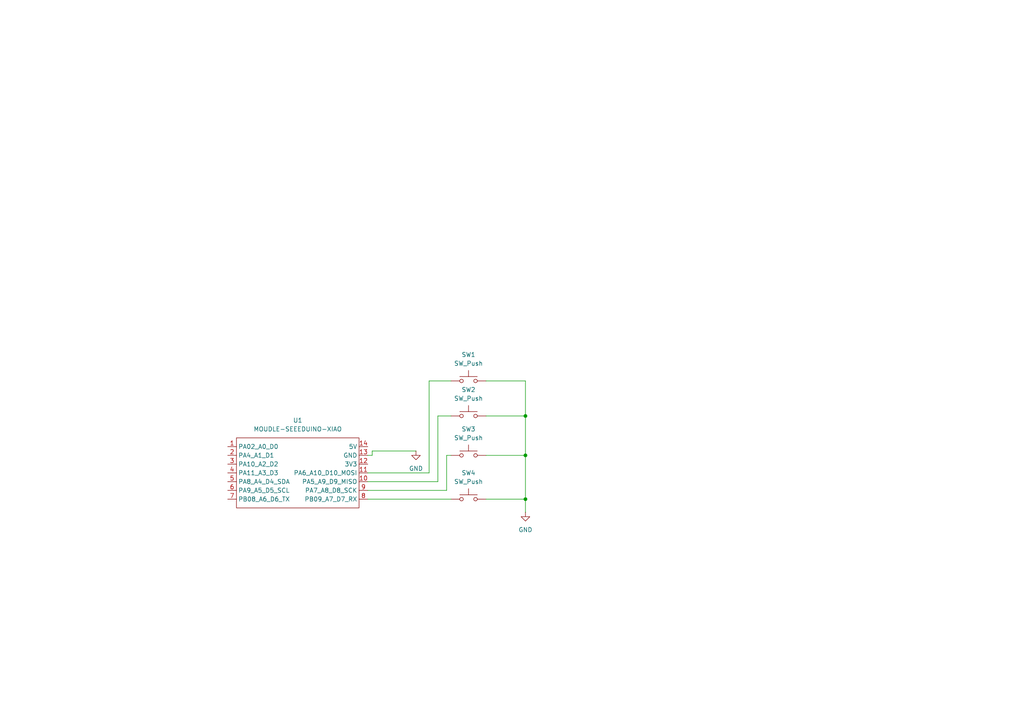
<source format=kicad_sch>
(kicad_sch (version 20231120) (generator "eeschema") (generator_version "8.0")
  (paper "A4")
  (lib_symbols
    (symbol "Switch:SW_Push" (pin_numbers hide) (pin_names (offset 1.016) hide)
      (property "Reference" "SW" (at 1.27 2.54 0))
      (property "Value" "SW_Push" (at 0 -1.524 0))
      (symbol "SW_Push_0_1"
        (circle (center -2.032 0) (radius 0.508))
        (polyline (pts (xy 0 1.27) (xy 0 3.048)))
        (polyline (pts (xy 2.54 1.27) (xy -2.54 1.27)))
        (circle (center 2.032 0) (radius 0.508))
        (pin passive line (at -5.08 0 0) (length 2.54) (name "1") (number "1"))
        (pin passive line (at 5.08 0 180) (length 2.54) (name "2") (number "2"))
      )
    )
    (symbol "XIAO_RP2040:MOUDLE-SEEEDUINO-XIAO"
      (property "Reference" "U" (at -16.51 11.43 0))
      (property "Value" "MOUDLE-SEEEDUINO-XIAO" (at -3.81 -11.43 0))
      (symbol "MOUDLE-SEEEDUINO-XIAO_0_1"
        (rectangle (start -16.51 10.16) (end 19.05 -10.16))
      )
      (symbol "MOUDLE-SEEEDUINO-XIAO_1_1"
        (pin passive line (at -19.05 7.62 0) (length 2.54) (name "PA02_A0_D0") (number "1"))
        (pin passive line (at 21.59 -2.54 180) (length 2.54) (name "PA5_A9_D9_MISO") (number "10"))
        (pin passive line (at 21.59 0 180) (length 2.54) (name "PA6_A10_D10_MOSI") (number "11"))
        (pin passive line (at 21.59 2.54 180) (length 2.54) (name "3V3") (number "12"))
        (pin passive line (at 21.59 5.08 180) (length 2.54) (name "GND") (number "13"))
        (pin passive line (at 21.59 7.62 180) (length 2.54) (name "5V") (number "14"))
        (pin passive line (at -19.05 5.08 0) (length 2.54) (name "PA4_A1_D1") (number "2"))
        (pin passive line (at -19.05 2.54 0) (length 2.54) (name "PA10_A2_D2") (number "3"))
        (pin passive line (at -19.05 0 0) (length 2.54) (name "PA11_A3_D3") (number "4"))
        (pin passive line (at -19.05 -2.54 0) (length 2.54) (name "PA8_A4_D4_SDA") (number "5"))
        (pin passive line (at -19.05 -5.08 0) (length 2.54) (name "PA9_A5_D5_SCL") (number "6"))
        (pin passive line (at -19.05 -7.62 0) (length 2.54) (name "PB08_A6_D6_TX") (number "7"))
        (pin passive line (at 21.59 -7.62 180) (length 2.54) (name "PB09_A7_D7_RX") (number "8"))
        (pin passive line (at 21.59 -5.08 180) (length 2.54) (name "PA7_A8_D8_SCK") (number "9"))
      )
    )
    (symbol "power:GND" (power) (pin_numbers hide) (pin_names (offset 0) hide)
      (property "Value" "GND" (at 0 -3.81 0))
      (symbol "GND_0_1"
        (polyline (pts (xy 0 0) (xy 0 -1.27) (xy 1.27 -1.27) (xy 0 -2.54) (xy -1.27 -1.27) (xy 0 -1.27)))
      )
      (symbol "GND_1_1"
        (pin power_in line (at 0 0 270) (length 0) (name "~") (number "1"))
      )
    )
  )
  (junction (at 152.4 132.08))
  (junction (at 152.4 144.78))
  (junction (at 152.4 120.65))
  (wire (pts (xy 106.68 137.16) (xy 124.46 137.16)))
  (wire (pts (xy 129.54 132.08) (xy 130.81 132.08)))
  (wire (pts (xy 140.97 110.49) (xy 152.4 110.49)))
  (wire (pts (xy 124.46 110.49) (xy 124.46 137.16)))
  (wire (pts (xy 152.4 120.65) (xy 152.4 132.08)))
  (wire (pts (xy 107.95 132.08) (xy 106.68 132.08)))
  (wire (pts (xy 106.68 139.7) (xy 127 139.7)))
  (wire (pts (xy 106.68 144.78) (xy 130.81 144.78)))
  (wire (pts (xy 152.4 144.78) (xy 152.4 132.08)))
  (wire (pts (xy 129.54 132.08) (xy 129.54 142.24)))
  (wire (pts (xy 106.68 142.24) (xy 129.54 142.24)))
  (wire (pts (xy 124.46 110.49) (xy 130.81 110.49)))
  (wire (pts (xy 127 120.65) (xy 130.81 120.65)))
  (wire (pts (xy 127 120.65) (xy 127 139.7)))
  (wire (pts (xy 152.4 110.49) (xy 152.4 120.65)))
  (wire (pts (xy 107.95 130.81) (xy 107.95 132.08)))
  (wire (pts (xy 152.4 148.59) (xy 152.4 144.78)))
  (wire (pts (xy 140.97 120.65) (xy 152.4 120.65)))
  (wire (pts (xy 140.97 144.78) (xy 152.4 144.78)))
  (wire (pts (xy 140.97 132.08) (xy 152.4 132.08)))
  (wire (pts (xy 107.95 130.81) (xy 120.65 130.81)))
  (symbol (lib_id "XIAO_RP2040:MOUDLE-SEEEDUINO-XIAO") (at 85.09 137.16 0) (unit 1)
    (property "Reference" "U1" (at 86.36 121.92 0))
    (property "Value" "MOUDLE-SEEEDUINO-XIAO" (at 86.36 124.46 0))
    (property "Footprint" "footprints:XIAO-Generic-Hybrid-14P-2.54-21X17.8MM" (effects (hide yes)))
  )
  (symbol (lib_id "power:GND") (at 120.65 130.81 0) (unit 1)
    (property "Reference" "#PWR02" (effects (hide yes)))
    (property "Value" "GND" (at 120.65 135.89 0))
    (property "Description" "Power symbol creates a global label with name \"GND\" , ground" (effects (hide yes)))
  )
  (symbol (lib_id "Switch:SW_Push") (at 135.89 132.08 0) (unit 1)
    (property "Reference" "SW3" (at 135.89 124.46 0))
    (property "Value" "SW_Push" (at 135.89 127 0))
    (property "Footprint" "Switch_Keyboard_Cherry_MX:SW_Cherry_MX_Plate_1.00u" (effects (hide yes)))
    (property "Description" "Push button switch, generic, two pins" (effects (hide yes)))
  )
  (symbol (lib_id "Switch:SW_Push") (at 135.89 110.49 0) (unit 1)
    (property "Reference" "SW1" (at 135.89 102.87 0))
    (property "Value" "SW_Push" (at 135.89 105.41 0))
    (property "Footprint" "Switch_Keyboard_Cherry_MX:SW_Cherry_MX_Plate_1.00u" (effects (hide yes)))
    (property "Description" "Push button switch, generic, two pins" (effects (hide yes)))
  )
  (symbol (lib_id "power:GND") (at 152.4 148.59 0) (unit 1)
    (property "Reference" "#PWR01" (effects (hide yes)))
    (property "Value" "GND" (at 152.4 153.67 0))
    (property "Description" "Power symbol creates a global label with name \"GND\" , ground" (effects (hide yes)))
  )
  (symbol (lib_id "Switch:SW_Push") (at 135.89 144.78 0) (unit 1)
    (property "Reference" "SW4" (at 135.89 137.16 0))
    (property "Value" "SW_Push" (at 135.89 139.7 0))
    (property "Footprint" "Switch_Keyboard_Cherry_MX:SW_Cherry_MX_Plate_1.00u" (effects (hide yes)))
    (property "Description" "Push button switch, generic, two pins" (effects (hide yes)))
  )
  (symbol (lib_id "Switch:SW_Push") (at 135.89 120.65 0) (unit 1)
    (property "Reference" "SW2" (at 135.89 113.03 0))
    (property "Value" "SW_Push" (at 135.89 115.57 0))
    (property "Footprint" "Switch_Keyboard_Cherry_MX:SW_Cherry_MX_Plate_1.00u" (effects (hide yes)))
    (property "Description" "Push button switch, generic, two pins" (effects (hide yes)))
  )
)
</source>
